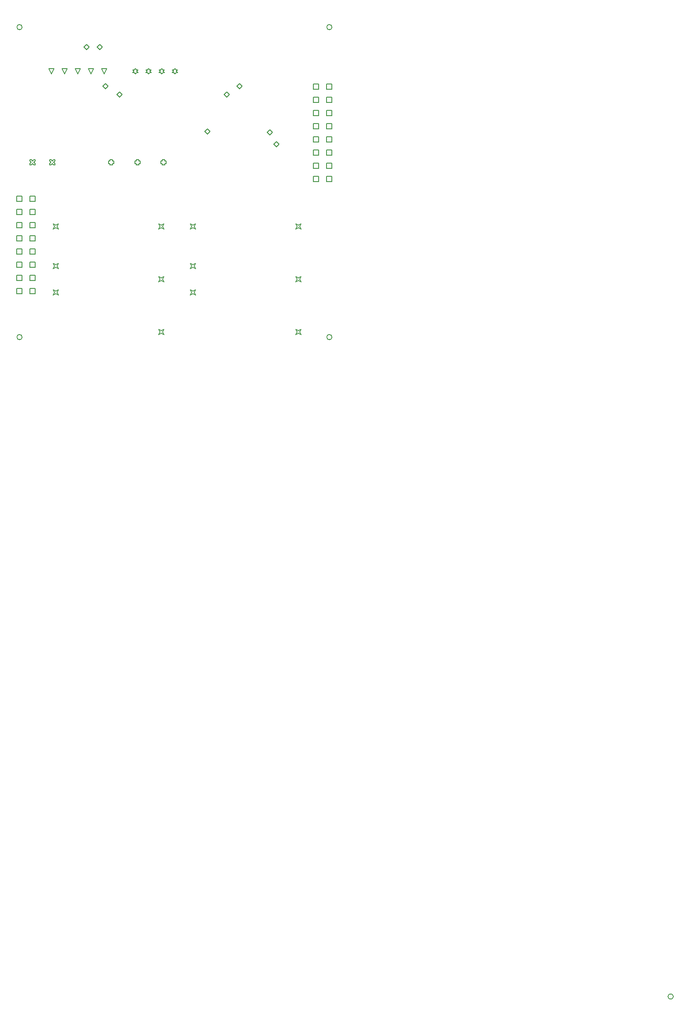
<source format=gbr>
G04 Layer_Color=2752767*
%FSLAX26Y26*%
%MOIN*%
%TF.FileFunction,Drawing*%
%TF.Part,Single*%
G01*
G75*
%TA.AperFunction,NonConductor*%
%ADD98C,0.005000*%
%ADD99C,0.006667*%
D98*
X2182850Y-992063D02*
Y-952063D01*
X2222850D01*
Y-992063D01*
X2182850D01*
Y-1092063D02*
Y-1052063D01*
X2222850D01*
Y-1092063D01*
X2182850D01*
Y-1192063D02*
Y-1152063D01*
X2222850D01*
Y-1192063D01*
X2182850D01*
Y-1292063D02*
Y-1252063D01*
X2222850D01*
Y-1292063D01*
X2182850D01*
Y-1392063D02*
Y-1352063D01*
X2222850D01*
Y-1392063D01*
X2182850D01*
X2082850Y-992063D02*
Y-952063D01*
X2122850D01*
Y-992063D01*
X2082850D01*
Y-1092063D02*
Y-1052063D01*
X2122850D01*
Y-1092063D01*
X2082850D01*
Y-1192063D02*
Y-1152063D01*
X2122850D01*
Y-1192063D01*
X2082850D01*
Y-1292063D02*
Y-1252063D01*
X2122850D01*
Y-1292063D01*
X2082850D01*
Y-1392063D02*
Y-1352063D01*
X2122850D01*
Y-1392063D01*
X2082850D01*
X2182850Y-1492063D02*
Y-1452063D01*
X2222850D01*
Y-1492063D01*
X2182850D01*
Y-1592063D02*
Y-1552063D01*
X2222850D01*
Y-1592063D01*
X2182850D01*
Y-1692063D02*
Y-1652063D01*
X2222850D01*
Y-1692063D01*
X2182850D01*
X2082850Y-1492063D02*
Y-1452063D01*
X2122850D01*
Y-1492063D01*
X2082850D01*
Y-1592063D02*
Y-1552063D01*
X2122850D01*
Y-1592063D01*
X2082850D01*
Y-1692063D02*
Y-1652063D01*
X2122850D01*
Y-1692063D01*
X2082850D01*
X-67150Y-1842063D02*
Y-1802063D01*
X-27150D01*
Y-1842063D01*
X-67150D01*
Y-1942063D02*
Y-1902063D01*
X-27150D01*
Y-1942063D01*
X-67150D01*
Y-2042063D02*
Y-2002063D01*
X-27150D01*
Y-2042063D01*
X-67150D01*
Y-2142063D02*
Y-2102063D01*
X-27150D01*
Y-2142063D01*
X-67150D01*
Y-2242063D02*
Y-2202063D01*
X-27150D01*
Y-2242063D01*
X-67150D01*
X-167150Y-1842063D02*
Y-1802063D01*
X-127150D01*
Y-1842063D01*
X-167150D01*
Y-1942063D02*
Y-1902063D01*
X-127150D01*
Y-1942063D01*
X-167150D01*
Y-2042063D02*
Y-2002063D01*
X-127150D01*
Y-2042063D01*
X-167150D01*
Y-2142063D02*
Y-2102063D01*
X-127150D01*
Y-2142063D01*
X-167150D01*
Y-2242063D02*
Y-2202063D01*
X-127150D01*
Y-2242063D01*
X-167150D01*
X-67150Y-2342063D02*
Y-2302063D01*
X-27150D01*
Y-2342063D01*
X-67150D01*
Y-2442063D02*
Y-2402063D01*
X-27150D01*
Y-2442063D01*
X-67150D01*
Y-2542063D02*
Y-2502063D01*
X-27150D01*
Y-2542063D01*
X-67150D01*
X-167150Y-2342063D02*
Y-2302063D01*
X-127150D01*
Y-2342063D01*
X-167150D01*
Y-2442063D02*
Y-2402063D01*
X-127150D01*
Y-2442063D01*
X-167150D01*
Y-2542063D02*
Y-2502063D01*
X-127150D01*
Y-2542063D01*
X-167150D01*
X393662Y-877181D02*
X373662Y-837181D01*
X413662D01*
X393662Y-877181D01*
X293662D02*
X273662Y-837181D01*
X313662D01*
X293662Y-877181D01*
X193662D02*
X173662Y-837181D01*
X213662D01*
X193662Y-877181D01*
X93662D02*
X73662Y-837181D01*
X113662D01*
X93662Y-877181D01*
X493662D02*
X473662Y-837181D01*
X513662D01*
X493662Y-877181D01*
X1031850D02*
X1041850Y-867181D01*
X1051850D01*
X1041850Y-857181D01*
X1051850Y-847181D01*
X1041850D01*
X1031850Y-837181D01*
X1021850Y-847181D01*
X1011850D01*
X1021850Y-857181D01*
X1011850Y-867181D01*
X1021850D01*
X1031850Y-877181D01*
X931850D02*
X941850Y-867181D01*
X951850D01*
X941850Y-857181D01*
X951850Y-847181D01*
X941850D01*
X931850Y-837181D01*
X921850Y-847181D01*
X911850D01*
X921850Y-857181D01*
X911850Y-867181D01*
X921850D01*
X931850Y-877181D01*
X831850D02*
X841850Y-867181D01*
X851850D01*
X841850Y-857181D01*
X851850Y-847181D01*
X841850D01*
X831850Y-837181D01*
X821850Y-847181D01*
X811850D01*
X821850Y-857181D01*
X811850Y-867181D01*
X821850D01*
X831850Y-877181D01*
X731850D02*
X741850Y-867181D01*
X751850D01*
X741850Y-857181D01*
X751850Y-847181D01*
X741850D01*
X731850Y-837181D01*
X721850Y-847181D01*
X711850D01*
X721850Y-857181D01*
X711850Y-867181D01*
X721850D01*
X731850Y-877181D01*
X907850Y-2053559D02*
X917850Y-2033559D01*
X907850Y-2013559D01*
X927850Y-2023559D01*
X947850Y-2013559D01*
X937850Y-2033559D01*
X947850Y-2053559D01*
X927850Y-2043559D01*
X907850Y-2053559D01*
Y-2453559D02*
X917850Y-2433559D01*
X907850Y-2413559D01*
X927850Y-2423559D01*
X947850Y-2413559D01*
X937850Y-2433559D01*
X947850Y-2453559D01*
X927850Y-2443559D01*
X907850Y-2453559D01*
Y-2853559D02*
X917850Y-2833559D01*
X907850Y-2813559D01*
X927850Y-2823559D01*
X947850Y-2813559D01*
X937850Y-2833559D01*
X947850Y-2853559D01*
X927850Y-2843559D01*
X907850Y-2853559D01*
X107850Y-2053559D02*
X117850Y-2033559D01*
X107850Y-2013559D01*
X127850Y-2023559D01*
X147850Y-2013559D01*
X137850Y-2033559D01*
X147850Y-2053559D01*
X127850Y-2043559D01*
X107850Y-2053559D01*
Y-2553559D02*
X117850Y-2533559D01*
X107850Y-2513559D01*
X127850Y-2523559D01*
X147850Y-2513559D01*
X137850Y-2533559D01*
X147850Y-2553559D01*
X127850Y-2543559D01*
X107850Y-2553559D01*
Y-2353559D02*
X117850Y-2333559D01*
X107850Y-2313559D01*
X127850Y-2323559D01*
X147850Y-2313559D01*
X137850Y-2333559D01*
X147850Y-2353559D01*
X127850Y-2343559D01*
X107850Y-2353559D01*
X538126Y-1557063D02*
Y-1567063D01*
X558126D01*
Y-1557063D01*
X568126D01*
Y-1537063D01*
X558126D01*
Y-1527063D01*
X538126D01*
Y-1537063D01*
X528126D01*
Y-1557063D01*
X538126D01*
X-67150Y-1567063D02*
X-57150D01*
X-47150Y-1557063D01*
X-37150Y-1567063D01*
X-27150D01*
Y-1557063D01*
X-37150Y-1547063D01*
X-27150Y-1537063D01*
Y-1527063D01*
X-37150D01*
X-47150Y-1537063D01*
X-57150Y-1527063D01*
X-67150D01*
Y-1537063D01*
X-57150Y-1547063D01*
X-67150Y-1557063D01*
Y-1567063D01*
X81669D02*
X91669D01*
X101669Y-1557063D01*
X111669Y-1567063D01*
X121669D01*
Y-1557063D01*
X111669Y-1547063D01*
X121669Y-1537063D01*
Y-1527063D01*
X111669D01*
X101669Y-1537063D01*
X91669Y-1527063D01*
X81669D01*
Y-1537063D01*
X91669Y-1547063D01*
X81669Y-1557063D01*
Y-1567063D01*
X934976Y-1557063D02*
Y-1567063D01*
X954976D01*
Y-1557063D01*
X964976D01*
Y-1537063D01*
X954976D01*
Y-1527063D01*
X934976D01*
Y-1537063D01*
X924976D01*
Y-1557063D01*
X934976D01*
X736551D02*
Y-1567063D01*
X756551D01*
Y-1557063D01*
X766551D01*
Y-1537063D01*
X756551D01*
Y-1527063D01*
X736551D01*
Y-1537063D01*
X726551D01*
Y-1557063D01*
X736551D01*
X1947890Y-2851984D02*
X1957890Y-2831984D01*
X1947890Y-2811984D01*
X1967890Y-2821984D01*
X1987890Y-2811984D01*
X1977890Y-2831984D01*
X1987890Y-2851984D01*
X1967890Y-2841984D01*
X1947890Y-2851984D01*
Y-2051984D02*
X1957890Y-2031984D01*
X1947890Y-2011984D01*
X1967890Y-2021984D01*
X1987890Y-2011984D01*
X1977890Y-2031984D01*
X1987890Y-2051984D01*
X1967890Y-2041984D01*
X1947890Y-2051984D01*
X1147890Y-2551984D02*
X1157890Y-2531984D01*
X1147890Y-2511984D01*
X1167890Y-2521984D01*
X1187890Y-2511984D01*
X1177890Y-2531984D01*
X1187890Y-2551984D01*
X1167890Y-2541984D01*
X1147890Y-2551984D01*
Y-2351984D02*
X1157890Y-2331984D01*
X1147890Y-2311984D01*
X1167890Y-2321984D01*
X1187890Y-2311984D01*
X1177890Y-2331984D01*
X1187890Y-2351984D01*
X1167890Y-2341984D01*
X1147890Y-2351984D01*
Y-2051984D02*
X1157890Y-2031984D01*
X1147890Y-2011984D01*
X1167890Y-2021984D01*
X1187890Y-2011984D01*
X1177890Y-2031984D01*
X1187890Y-2051984D01*
X1167890Y-2041984D01*
X1147890Y-2051984D01*
X1947890Y-2451984D02*
X1957890Y-2431984D01*
X1947890Y-2411984D01*
X1967890Y-2421984D01*
X1987890Y-2411984D01*
X1977890Y-2431984D01*
X1987890Y-2451984D01*
X1967890Y-2441984D01*
X1947890Y-2451984D01*
X486110Y-968313D02*
X506110Y-948313D01*
X526110Y-968313D01*
X506110Y-988313D01*
X486110Y-968313D01*
X592110Y-1033630D02*
X612110Y-1013630D01*
X632110Y-1033630D01*
X612110Y-1053630D01*
X592110Y-1033630D01*
X1500350Y-969563D02*
X1520350Y-949563D01*
X1540350Y-969563D01*
X1520350Y-989563D01*
X1500350Y-969563D01*
X1257850Y-1312063D02*
X1277850Y-1292063D01*
X1297850Y-1312063D01*
X1277850Y-1332063D01*
X1257850Y-1312063D01*
X1405961Y-1033953D02*
X1425961Y-1013953D01*
X1445961Y-1033953D01*
X1425961Y-1053953D01*
X1405961Y-1033953D01*
X441850Y-672063D02*
X461850Y-652063D01*
X481850Y-672063D01*
X461850Y-692063D01*
X441850Y-672063D01*
X341850D02*
X361850Y-652063D01*
X381850Y-672063D01*
X361850Y-692063D01*
X341850Y-672063D01*
X1780000Y-1410000D02*
X1800000Y-1390000D01*
X1820000Y-1410000D01*
X1800000Y-1430000D01*
X1780000Y-1410000D01*
X1730000Y-1320000D02*
X1750000Y-1300000D01*
X1770000Y-1320000D01*
X1750000Y-1340000D01*
X1730000Y-1320000D01*
D99*
X4811394Y-7871203D02*
G03*
X4811394Y-7871203I-20000J0D01*
G01*
X-127150Y-2872063D02*
G03*
X-127150Y-2872063I-20000J0D01*
G01*
X2222850D02*
G03*
X2222850Y-2872063I-20000J0D01*
G01*
X-127150Y-522063D02*
G03*
X-127150Y-522063I-20000J0D01*
G01*
X2222850D02*
G03*
X2222850Y-522063I-20000J0D01*
G01*
%TF.MD5,c15d34483fd6b22cad1ed328fd8b0155*%
M02*

</source>
